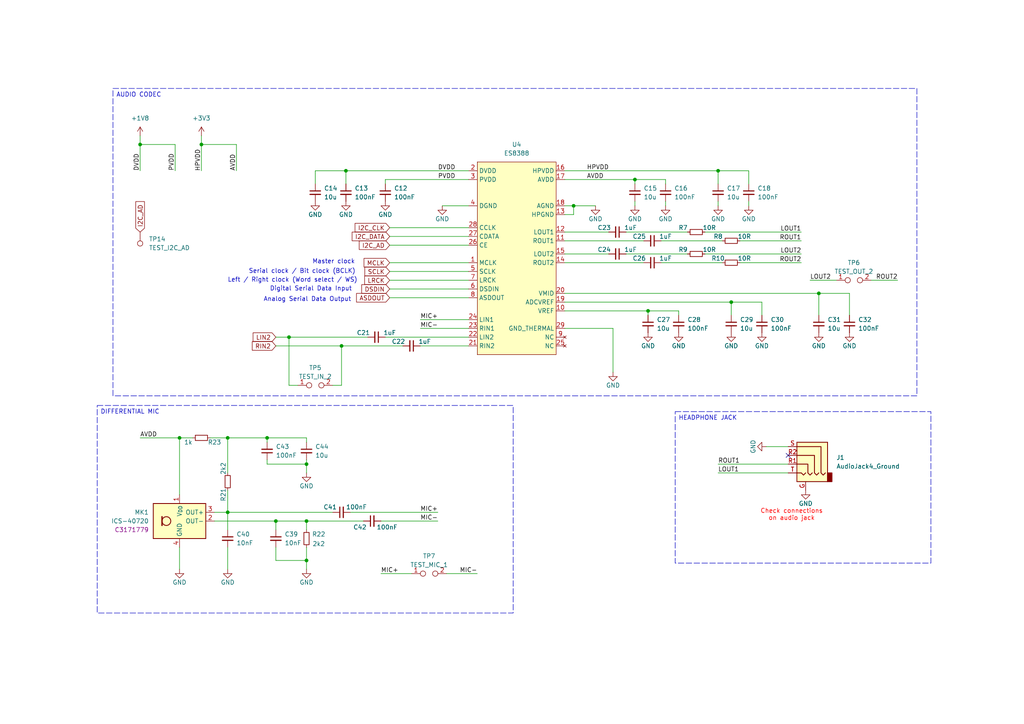
<source format=kicad_sch>
(kicad_sch (version 20250114) (generator "eeschema") (generator_version "9.0")
  (paper "A4")
  (lib_symbols
    (symbol "Connector:TestPoint" (pin_numbers (hide yes)) (pin_names (offset 0.762) (hide yes))
      (property "Reference" "TP" (at 0 6.858 0))
      (property "Value" "TestPoint" (at 0 5.08 0))
      (symbol "TestPoint_0_1"
        (circle (center 0 3.302) (radius 0.762))
      )
      (symbol "TestPoint_1_1"
        (pin passive line (at 0 0 90) (length 2.54) (name "1") (number "1"))
      )
    )
    (symbol "Connector:TestPoint_2Pole" (pin_names (offset 0.762) (hide yes))
      (property "Reference" "TP" (at 0 1.524 0))
      (property "Value" "TestPoint_2Pole" (at 0 -1.778 0))
      (symbol "TestPoint_2Pole_0_1"
        (circle (center -1.778 0) (radius 0.762))
        (circle (center 1.778 0) (radius 0.762))
        (pin passive line (at -5.08 0 0) (length 2.54) (name "1") (number "1"))
        (pin passive line (at 5.08 0 180) (length 2.54) (name "2") (number "2"))
      )
    )
    (symbol "Connector_Audio:AudioJack4_Ground"
      (property "Reference" "J" (at 0 8.89 0))
      (property "Value" "AudioJack4_Ground" (at 0 6.35 0))
      (symbol "AudioJack4_Ground_0_1"
        (rectangle (start -6.35 -7.62) (end -7.62 -5.08) (stroke (width 0.254)) (fill (type outline)))
        (polyline (pts (xy -5.715 -5.08) (xy -5.08 -5.715) (xy -4.445 -5.08) (xy -4.445 2.54) (xy 2.54 2.54)) (stroke (width 0.254)))
        (polyline (pts (xy -1.905 -5.08) (xy -1.27 -5.715) (xy -0.635 -5.08) (xy -0.635 -2.54) (xy 2.54 -2.54)) (stroke (width 0.254)))
        (polyline (pts (xy 0 -5.08) (xy 0.635 -5.715) (xy 1.27 -5.08) (xy 2.54 -5.08)) (stroke (width 0.254)))
        (rectangle (start 2.54 3.81) (end -6.35 -7.62) (stroke (width 0.254)) (fill (type background)))
        (polyline (pts (xy 2.54 0) (xy -2.54 0) (xy -2.54 -5.08) (xy -3.175 -5.715) (xy -3.81 -5.08)) (stroke (width 0.254)))
      )
      (symbol "AudioJack4_Ground_1_1"
        (pin passive line (at 0 -10.16 90) (length 2.54) (name "~") (number "G"))
        (pin passive line (at 5.08 2.54 180) (length 2.54) (name "~") (number "S"))
        (pin passive line (at 5.08 0 180) (length 2.54) (name "~") (number "R2"))
        (pin passive line (at 5.08 -2.54 180) (length 2.54) (name "~") (number "R1"))
        (pin passive line (at 5.08 -5.08 180) (length 2.54) (name "~") (number "T"))
      )
    )
    (symbol "Device:C_Small" (pin_numbers (hide yes)) (pin_names (offset 0.254) (hide yes))
      (property "Reference" "C" (at 0.254 1.778 0))
      (property "Value" "C_Small" (at 0.254 -2.032 0))
      (symbol "C_Small_0_1"
        (polyline (pts (xy -1.524 0.508) (xy 1.524 0.508)) (stroke (width 0.3048)))
        (polyline (pts (xy -1.524 -0.508) (xy 1.524 -0.508)) (stroke (width 0.3302)))
      )
      (symbol "C_Small_1_1"
        (pin passive line (at 0 2.54 270) (length 2.032) (name "~") (number "1"))
        (pin passive line (at 0 -2.54 90) (length 2.032) (name "~") (number "2"))
      )
    )
    (symbol "Device:R_Small" (pin_numbers (hide yes)) (pin_names (offset 0.254) (hide yes))
      (property "Reference" "R" (at 0.762 0.508 0))
      (property "Value" "R_Small" (at 0.762 -1.016 0))
      (symbol "R_Small_0_1"
        (rectangle (start -0.762 1.778) (end 0.762 -1.778) (stroke (width 0.2032)))
      )
      (symbol "R_Small_1_1"
        (pin passive line (at 0 2.54 270) (length 0.762) (name "~") (number "1"))
        (pin passive line (at 0 -2.54 90) (length 0.762) (name "~") (number "2"))
      )
    )
    (symbol "custom_symbols:ES8388"
      (property "Reference" "U?" (at 0 -1.27 0))
      (property "Value" "ES8388" (at 0 1.27 0))
      (symbol "ES8388_1_1"
        (rectangle (start -11.43 27.94) (end 11.43 -27.94) (fill (type background)))
        (pin power_in line (at -13.97 25.4 0) (length 2.54) (name "DVDD") (number "2"))
        (pin power_in line (at -13.97 22.86 0) (length 2.54) (name "PVDD") (number "3"))
        (pin power_in line (at -13.97 15.24 0) (length 2.54) (name "DGND") (number "4"))
        (pin input line (at -13.97 8.89 0) (length 2.54) (name "CCLK") (number "28"))
        (pin bidirectional line (at -13.97 6.35 0) (length 2.54) (name "CDATA") (number "27"))
        (pin input line (at -13.97 3.81 0) (length 2.54) (name "CE") (number "26"))
        (pin input line (at -13.97 -1.27 0) (length 2.54) (name "MCLK") (number "1"))
        (pin bidirectional line (at -13.97 -3.81 0) (length 2.54) (name "SCLK") (number "5"))
        (pin bidirectional line (at -13.97 -6.35 0) (length 2.54) (name "LRCK") (number "7"))
        (pin input line (at -13.97 -8.89 0) (length 2.54) (name "DSDIN") (number "6"))
        (pin output line (at -13.97 -11.43 0) (length 2.54) (name "ASDOUT") (number "8"))
        (pin input line (at -13.97 -17.78 0) (length 2.54) (name "LIN1") (number "24"))
        (pin input line (at -13.97 -20.32 0) (length 2.54) (name "RIN1") (number "23"))
        (pin input line (at -13.97 -22.86 0) (length 2.54) (name "LIN2") (number "22"))
        (pin input line (at -13.97 -25.4 0) (length 2.54) (name "RIN2") (number "21"))
        (pin power_in line (at 13.97 25.4 180) (length 2.54) (name "HPVDD") (number "16"))
        (pin power_in line (at 13.97 22.86 180) (length 2.54) (name "AVDD") (number "17"))
        (pin power_in line (at 13.97 15.24 180) (length 2.54) (name "AGND") (number "18"))
        (pin power_in line (at 13.97 12.7 180) (length 2.54) (name "HPGND") (number "13"))
        (pin output line (at 13.97 7.62 180) (length 2.54) (name "LOUT1") (number "12"))
        (pin output line (at 13.97 5.08 180) (length 2.54) (name "ROUT1") (number "11"))
        (pin output line (at 13.97 1.27 180) (length 2.54) (name "LOUT2") (number "15"))
        (pin output line (at 13.97 -1.27 180) (length 2.54) (name "ROUT2") (number "14"))
        (pin output line (at 13.97 -10.16 180) (length 2.54) (name "VMID") (number "20"))
        (pin output line (at 13.97 -12.7 180) (length 2.54) (name "ADCVREF") (number "19"))
        (pin output line (at 13.97 -15.24 180) (length 2.54) (name "VREF") (number "10"))
        (pin power_in line (at 13.97 -20.32 180) (length 2.54) (name "GND_THERMAL") (number "29"))
        (pin no_connect line (at 13.97 -22.86 180) (length 2.54) (name "NC") (number "9"))
        (pin no_connect line (at 13.97 -25.4 180) (length 2.54) (name "NC") (number "25"))
      )
    )
    (symbol "custom_symbols:ICS-40720"
      (property "Reference" "MK" (at 5.08 6.35 0))
      (property "Value" "ICS-40720" (at 11.43 -6.35 0))
      (property "Supplier Part Number" "C3171779" (at 10.922 -9.144 0))
      (symbol "ICS-40720_1_1"
        (rectangle (start -7.62 5.08) (end 7.62 -5.08) (stroke (width 0.254)) (fill (type background)))
        (polyline (pts (xy -5.08 1.27) (xy -5.08 -1.27)) (stroke (width 0.381)))
        (circle (center -3.81 0) (radius 1.27) (stroke (width 0.254)))
        (pin power_in line (at 0 7.62 270) (length 2.54) (name "V_{DD}") (number "1"))
        (pin power_in line (at 0 -7.62 90) (length 2.54) (name "GND") (number "4"))
        (pin output line (at 10.16 2.54 180) (length 2.54) (name "OUT+") (number "3"))
        (pin output line (at 10.16 0 180) (length 2.54) (name "OUT-") (number "2"))
      )
    )
    (symbol "power:+1V8" (power) (pin_numbers (hide yes)) (pin_names (offset 0) (hide yes))
      (property "Value" "+1V8" (at 0 3.556 0))
      (symbol "+1V8_0_1"
        (polyline (pts (xy -0.762 1.27) (xy 0 2.54)))
        (polyline (pts (xy 0 2.54) (xy 0.762 1.27)))
        (polyline (pts (xy 0 0) (xy 0 2.54)))
      )
      (symbol "+1V8_1_1"
        (pin power_in line (at 0 0 90) (length 0) (hide yes) (name "+1V8") (number "1"))
      )
    )
    (symbol "power:+3V3" (power) (pin_numbers (hide yes)) (pin_names (offset 0) (hide yes))
      (property "Value" "+3V3" (at 0 3.556 0))
      (symbol "+3V3_0_1"
        (polyline (pts (xy -0.762 1.27) (xy 0 2.54)))
        (polyline (pts (xy 0 2.54) (xy 0.762 1.27)))
        (polyline (pts (xy 0 0) (xy 0 2.54)))
      )
      (symbol "+3V3_1_1"
        (pin power_in line (at 0 0 90) (length 0) (hide yes) (name "+3V3") (number "1"))
      )
    )
    (symbol "power:GND" (power) (pin_numbers (hide yes)) (pin_names (offset 0) (hide yes))
      (property "Value" "GND" (at 0 -3.81 0))
      (symbol "GND_0_1"
        (polyline (pts (xy 0 0) (xy 0 -1.27) (xy 1.27 -1.27) (xy 0 -2.54) (xy -1.27 -1.27) (xy 0 -1.27)))
      )
      (symbol "GND_1_1"
        (pin power_in line (at 0 0 270) (length 0) (hide yes) (name "GND") (number "1"))
      )
    )
  )
  (text "Check connections\non audio jack\n" (at 229.616 149.352 0) (effects (font (size 1.27 1.27))))
  (text "Digital Serial Data Input\n" (at 90.17 83.82 0) (effects (font (size 1.27 1.27))))
  (text "Left / Right clock (Word select / WS) \n" (at 85.344 81.28 0) (effects (font (size 1.27 1.27))))
  (text "Analog Serial Data Output\n" (at 89.154 86.868 0) (effects (font (size 1.27 1.27))))
  (text "Master clock" (at 96.774 75.946 0) (effects (font (size 1.27 1.27))))
  (text "Serial clock / Bit clock (BCLK)" (at 87.63 78.74 0) (effects (font (size 1.27 1.27))))
  (text_box "DIFFERENTIAL MIC\n" (at 28.194 117.602 0) (size 120.65 60.198) (margins 0.9525 0.9525 0.9525 0.9525) (stroke (width 0) (type dash)) (effects (font (size 1.27 1.27)) (justify left top)))
  (text_box "HEADPHONE JACK\n" (at 195.834 119.38 0) (size 74.168 43.942) (margins 0.9525 0.9525 0.9525 0.9525) (stroke (width 0) (type dash)) (effects (font (size 1.27 1.27)) (justify left top)))
  (text_box "AUDIO CODEC\n" (at 32.766 25.654 0) (size 233.172 89.154) (margins 0.9525 0.9525 0.9525 0.9525) (stroke (width 0) (type dash)) (effects (font (size 1.27 1.27)) (justify left top)))
  (junction (at 40.64 41.91))
  (junction (at 100.33 49.53))
  (junction (at 237.49 85.09))
  (junction (at 99.06 100.33))
  (junction (at 166.37 59.69))
  (junction (at 52.07 127))
  (junction (at 187.96 90.17))
  (junction (at 77.47 127))
  (junction (at 66.04 127))
  (junction (at 88.9 151.13))
  (junction (at 88.9 162.56))
  (junction (at 66.04 148.59))
  (junction (at 58.42 41.91))
  (junction (at 208.28 49.53))
  (junction (at 80.01 151.13))
  (junction (at 88.9 134.62))
  (junction (at 212.09 87.63))
  (junction (at 83.82 97.79))
  (junction (at 184.15 52.07))
  (no_connect (at 228.6 132.08))
  (wire (pts (xy 121.92 100.33) (xy 135.89 100.33)))
  (wire (pts (xy 220.98 91.44) (xy 220.98 87.63)))
  (wire (pts (xy 252.73 81.28) (xy 260.35 81.28)))
  (wire (pts (xy 99.06 100.33) (xy 116.84 100.33)))
  (wire (pts (xy 88.9 151.13) (xy 88.9 153.67)))
  (wire (pts (xy 111.76 52.07) (xy 111.76 53.34)))
  (wire (pts (xy 163.83 69.85) (xy 186.69 69.85)))
  (wire (pts (xy 66.04 148.59) (xy 66.04 153.67)))
  (wire (pts (xy 113.03 76.2) (xy 135.89 76.2)))
  (wire (pts (xy 204.47 67.31) (xy 232.41 67.31)))
  (wire (pts (xy 80.01 97.79) (xy 83.82 97.79)))
  (wire (pts (xy 184.15 52.07) (xy 163.83 52.07)))
  (wire (pts (xy 100.33 49.53) (xy 100.33 53.34)))
  (wire (pts (xy 110.49 151.13) (xy 127 151.13)))
  (wire (pts (xy 62.23 151.13) (xy 80.01 151.13)))
  (wire (pts (xy 88.9 134.62) (xy 77.47 134.62)))
  (wire (pts (xy 80.01 158.75) (xy 80.01 162.56)))
  (wire (pts (xy 58.42 41.91) (xy 58.42 49.53)))
  (wire (pts (xy 187.96 90.17) (xy 163.83 90.17)))
  (wire (pts (xy 177.8 107.95) (xy 177.8 95.25)))
  (wire (pts (xy 208.28 49.53) (xy 217.17 49.53)))
  (wire (pts (xy 163.83 62.23) (xy 166.37 62.23)))
  (wire (pts (xy 166.37 59.69) (xy 172.72 59.69)))
  (wire (pts (xy 66.04 165.1) (xy 66.04 158.75)))
  (wire (pts (xy 204.47 73.66) (xy 232.41 73.66)))
  (wire (pts (xy 66.04 148.59) (xy 62.23 148.59)))
  (wire (pts (xy 68.58 49.53) (xy 68.58 41.91)))
  (wire (pts (xy 91.44 49.53) (xy 100.33 49.53)))
  (wire (pts (xy 60.96 127) (xy 66.04 127)))
  (wire (pts (xy 217.17 49.53) (xy 217.17 53.34)))
  (wire (pts (xy 187.96 91.44) (xy 187.96 90.17)))
  (wire (pts (xy 163.83 73.66) (xy 176.53 73.66)))
  (wire (pts (xy 217.17 59.69) (xy 217.17 58.42)))
  (wire (pts (xy 163.83 76.2) (xy 186.69 76.2)))
  (wire (pts (xy 237.49 85.09) (xy 163.83 85.09)))
  (wire (pts (xy 77.47 133.35) (xy 77.47 134.62)))
  (wire (pts (xy 163.83 67.31) (xy 176.53 67.31)))
  (wire (pts (xy 113.03 86.36) (xy 135.89 86.36)))
  (wire (pts (xy 163.83 49.53) (xy 208.28 49.53)))
  (wire (pts (xy 99.06 111.76) (xy 96.52 111.76)))
  (wire (pts (xy 113.03 83.82) (xy 135.89 83.82)))
  (wire (pts (xy 80.01 100.33) (xy 99.06 100.33)))
  (wire (pts (xy 66.04 142.24) (xy 66.04 148.59)))
  (wire (pts (xy 66.04 127) (xy 77.47 127)))
  (wire (pts (xy 208.28 137.16) (xy 228.6 137.16)))
  (wire (pts (xy 101.6 148.59) (xy 127 148.59)))
  (wire (pts (xy 66.04 127) (xy 66.04 137.16)))
  (wire (pts (xy 208.28 49.53) (xy 208.28 53.34)))
  (wire (pts (xy 191.77 69.85) (xy 209.55 69.85)))
  (wire (pts (xy 113.03 68.58) (xy 135.89 68.58)))
  (wire (pts (xy 208.28 134.62) (xy 228.6 134.62)))
  (wire (pts (xy 88.9 151.13) (xy 105.41 151.13)))
  (wire (pts (xy 80.01 151.13) (xy 88.9 151.13)))
  (wire (pts (xy 191.77 76.2) (xy 209.55 76.2)))
  (wire (pts (xy 58.42 41.91) (xy 58.42 39.37)))
  (wire (pts (xy 83.82 97.79) (xy 106.68 97.79)))
  (wire (pts (xy 212.09 91.44) (xy 212.09 87.63)))
  (wire (pts (xy 163.83 87.63) (xy 212.09 87.63)))
  (wire (pts (xy 208.28 59.69) (xy 208.28 58.42)))
  (wire (pts (xy 40.64 41.91) (xy 40.64 39.37)))
  (wire (pts (xy 58.42 41.91) (xy 68.58 41.91)))
  (wire (pts (xy 88.9 133.35) (xy 88.9 134.62)))
  (wire (pts (xy 52.07 143.51) (xy 52.07 127)))
  (wire (pts (xy 83.82 97.79) (xy 83.82 111.76)))
  (wire (pts (xy 113.03 78.74) (xy 135.89 78.74)))
  (wire (pts (xy 181.61 67.31) (xy 199.39 67.31)))
  (wire (pts (xy 128.27 59.69) (xy 135.89 59.69)))
  (wire (pts (xy 184.15 59.69) (xy 184.15 58.42)))
  (wire (pts (xy 113.03 81.28) (xy 135.89 81.28)))
  (wire (pts (xy 184.15 52.07) (xy 193.04 52.07)))
  (wire (pts (xy 100.33 49.53) (xy 135.89 49.53)))
  (wire (pts (xy 88.9 128.27) (xy 88.9 127)))
  (wire (pts (xy 222.25 129.54) (xy 228.6 129.54)))
  (wire (pts (xy 80.01 153.67) (xy 80.01 151.13)))
  (wire (pts (xy 113.03 71.12) (xy 135.89 71.12)))
  (wire (pts (xy 177.8 95.25) (xy 163.83 95.25)))
  (wire (pts (xy 88.9 162.56) (xy 88.9 165.1)))
  (wire (pts (xy 196.85 91.44) (xy 196.85 90.17)))
  (wire (pts (xy 52.07 127) (xy 55.88 127)))
  (wire (pts (xy 77.47 127) (xy 88.9 127)))
  (wire (pts (xy 40.64 127) (xy 52.07 127)))
  (wire (pts (xy 99.06 100.33) (xy 99.06 111.76)))
  (wire (pts (xy 163.83 59.69) (xy 166.37 59.69)))
  (wire (pts (xy 246.38 85.09) (xy 237.49 85.09)))
  (wire (pts (xy 113.03 66.04) (xy 135.89 66.04)))
  (wire (pts (xy 91.44 49.53) (xy 91.44 53.34)))
  (wire (pts (xy 40.64 49.53) (xy 40.64 41.91)))
  (wire (pts (xy 214.63 76.2) (xy 232.41 76.2)))
  (wire (pts (xy 193.04 52.07) (xy 193.04 53.34)))
  (wire (pts (xy 246.38 91.44) (xy 246.38 85.09)))
  (wire (pts (xy 110.49 166.37) (xy 119.38 166.37)))
  (wire (pts (xy 187.96 90.17) (xy 196.85 90.17)))
  (wire (pts (xy 234.95 81.28) (xy 242.57 81.28)))
  (wire (pts (xy 50.8 49.53) (xy 50.8 41.91)))
  (wire (pts (xy 77.47 127) (xy 77.47 128.27)))
  (wire (pts (xy 135.89 52.07) (xy 111.76 52.07)))
  (wire (pts (xy 129.54 166.37) (xy 138.43 166.37)))
  (wire (pts (xy 86.36 111.76) (xy 83.82 111.76)))
  (wire (pts (xy 184.15 52.07) (xy 184.15 53.34)))
  (wire (pts (xy 166.37 59.69) (xy 166.37 62.23)))
  (wire (pts (xy 220.98 87.63) (xy 212.09 87.63)))
  (wire (pts (xy 121.92 92.71) (xy 135.89 92.71)))
  (wire (pts (xy 40.64 41.91) (xy 50.8 41.91)))
  (wire (pts (xy 181.61 73.66) (xy 199.39 73.66)))
  (wire (pts (xy 80.01 162.56) (xy 88.9 162.56)))
  (wire (pts (xy 52.07 165.1) (xy 52.07 158.75)))
  (wire (pts (xy 121.92 95.25) (xy 135.89 95.25)))
  (wire (pts (xy 96.52 148.59) (xy 66.04 148.59)))
  (wire (pts (xy 214.63 69.85) (xy 232.41 69.85)))
  (wire (pts (xy 237.49 91.44) (xy 237.49 85.09)))
  (wire (pts (xy 88.9 137.16) (xy 88.9 134.62)))
  (wire (pts (xy 111.76 97.79) (xy 135.89 97.79)))
  (wire (pts (xy 88.9 158.75) (xy 88.9 162.56)))
  (wire (pts (xy 193.04 59.69) (xy 193.04 58.42)))
  (label "AVDD" (at 40.64 127 0))
  (label "DVDD" (at 40.64 44.45 270))
  (label "ROUT2" (at 260.35 81.28 180))
  (label "MIC-" (at 121.92 95.25 0))
  (label "ROUT1" (at 232.41 69.85 180))
  (label "PVDD" (at 50.8 49.53 90))
  (label "MIC+" (at 127 148.59 180))
  (label "MIC-" (at 127 151.13 180))
  (label "MIC+" (at 110.49 166.37 0))
  (label "MIC-" (at 138.43 166.37 180))
  (label "AVDD" (at 170.18 52.07 0))
  (label "PVDD" (at 127 52.07 0))
  (label "ROUT1" (at 208.28 134.62 0))
  (label "DVDD" (at 127 49.53 0))
  (label "ROUT2" (at 232.41 76.2 180))
  (label "LOUT2" (at 234.95 81.28 0))
  (label "AVDD" (at 68.58 49.53 90))
  (label "LOUT1" (at 208.28 137.16 0))
  (label "HPVDD" (at 58.42 43.18 270))
  (label "LOUT1" (at 232.41 67.31 180))
  (label "LOUT2" (at 232.41 73.66 180))
  (label "MIC+" (at 121.92 92.71 0))
  (label "HPVDD" (at 170.18 49.53 0))
  (global_label "I2C_AD" (shape input) (at 113.03 71.12 180) (property "Intersheetrefs" "${INTERSHEET_REFS}" (effects (hide yes))))
  (global_label "LRCK" (shape input) (at 113.03 81.28 180) (property "Intersheetrefs" "${INTERSHEET_REFS}" (effects (hide yes))))
  (global_label "I2C_DATA" (shape input) (at 113.03 68.58 180) (property "Intersheetrefs" "${INTERSHEET_REFS}" (effects (hide yes))))
  (global_label "DSDIN" (shape input) (at 113.03 83.82 180) (property "Intersheetrefs" "${INTERSHEET_REFS}" (effects (hide yes))))
  (global_label "I2C_CLK" (shape input) (at 113.03 66.04 180) (property "Intersheetrefs" "${INTERSHEET_REFS}" (effects (hide yes))))
  (global_label "SCLK" (shape input) (at 113.03 78.74 180) (property "Intersheetrefs" "${INTERSHEET_REFS}" (effects (hide yes))))
  (global_label "I2C_AD" (shape input) (at 40.64 67.31 90) (property "Intersheetrefs" "${INTERSHEET_REFS}" (effects (hide yes))))
  (global_label "MCLK" (shape input) (at 113.03 76.2 180) (property "Intersheetrefs" "${INTERSHEET_REFS}" (effects (hide yes))))
  (global_label "RIN2" (shape input) (at 80.01 100.33 180) (property "Intersheetrefs" "${INTERSHEET_REFS}" (effects (hide yes))))
  (global_label "LIN2" (shape input) (at 80.01 97.79 180) (property "Intersheetrefs" "${INTERSHEET_REFS}" (effects (hide yes))))
  (global_label "ASDOUT" (shape input) (at 113.03 86.36 180) (property "Intersheetrefs" "${INTERSHEET_REFS}" (effects (hide yes))))
  (symbol (lib_id "Device:R_Small") (at 212.09 69.85 90) (unit 1)
    (property "Reference" "R8" (at 208.28 68.58 90))
    (property "Value" "10R" (at 215.9 68.58 90))
    (property "Footprint" "Resistor_SMD:R_0402_1005Metric" (effects (hide yes)))
  )
  (symbol (lib_id "Connector:TestPoint") (at 40.64 67.31 180) (unit 1)
    (property "Reference" "TP14" (at 43.18 69.3419 0) (effects (justify right)))
    (property "Value" "TEST_I2C_AD" (at 43.18 71.8819 0) (effects (justify right)))
    (property "Footprint" "TestPoint:TestPoint_Pad_D1.0mm" (effects (hide yes)))
  )
  (symbol (lib_id "power:GND") (at 212.09 96.52 0) (unit 1)
    (property "Reference" "#PWR021" (effects (hide yes)))
    (property "Value" "GND" (at 212.09 100.33 0))
  )
  (symbol (lib_id "power:GND") (at 233.68 142.24 0) (unit 1)
    (property "Reference" "#PWR053" (effects (hide yes)))
    (property "Value" "GND" (at 233.68 146.05 0))
  )
  (symbol (lib_id "Device:C_Small") (at 237.49 93.98 0) (unit 1)
    (property "Reference" "C31" (at 240.03 92.7163 0) (effects (justify left)))
    (property "Value" "10u" (at 240.03 95.2563 0) (effects (justify left)))
    (property "Footprint" "Capacitor_SMD:C_0603_1608Metric" (effects (hide yes)))
  )
  (symbol (lib_id "Device:C_Small") (at 208.28 55.88 0) (unit 1)
    (property "Reference" "C17" (at 210.82 54.6163 0) (effects (justify left)))
    (property "Value" "10u" (at 210.82 57.1563 0) (effects (justify left)))
    (property "Footprint" "Capacitor_SMD:C_0603_1608Metric" (effects (hide yes)))
  )
  (symbol (lib_id "Device:C_Small") (at 66.04 156.21 0) (unit 1)
    (property "Reference" "C40" (at 68.58 154.9463 0) (effects (justify left)))
    (property "Value" "10nF" (at 68.58 157.4863 0) (effects (justify left)))
    (property "Footprint" "Capacitor_SMD:C_0402_1005Metric" (effects (hide yes)))
  )
  (symbol (lib_id "Device:R_Small") (at 66.04 139.7 180) (unit 1)
    (property "Reference" "R21" (at 64.77 143.51 90))
    (property "Value" "2k2" (at 64.77 135.89 90))
    (property "Footprint" "Resistor_SMD:R_0402_1005Metric" (effects (hide yes)))
  )
  (symbol (lib_id "Device:R_Small") (at 201.93 73.66 90) (unit 1)
    (property "Reference" "R9" (at 198.12 72.39 90))
    (property "Value" "10R" (at 205.74 72.39 90))
    (property "Footprint" "Resistor_SMD:R_0402_1005Metric" (effects (hide yes)))
  )
  (symbol (lib_id "Connector_Audio:AudioJack4_Ground") (at 233.68 132.08 0) (mirror y) (unit 1)
    (property "Reference" "J1" (at 242.57 132.7149 0) (effects (justify right)))
    (property "Value" "AudioJack4_Ground" (at 242.57 135.2549 0) (effects (justify right)))
    (property "Footprint" "Connector_Audio:Jack_3.5mm_KoreanHropartsElec_PJ-320D-4A_Horizontal" (effects (hide yes)))
    (property "Description" "Audio Jack, 4 Poles (TRRS), Grounded Sleeve" (effects (hide yes)))
    (property "Supplier Part Number" "C95562" (effects (hide yes)))
  )
  (symbol (lib_id "power:GND") (at 193.04 59.69 0) (unit 1)
    (property "Reference" "#PWR09" (effects (hide yes)))
    (property "Value" "GND" (at 193.04 63.5 0))
  )
  (symbol (lib_id "power:GND") (at 208.28 59.69 0) (unit 1)
    (property "Reference" "#PWR010" (effects (hide yes)))
    (property "Value" "GND" (at 208.28 63.5 0))
  )
  (symbol (lib_id "Device:C_Small") (at 91.44 55.88 0) (unit 1)
    (property "Reference" "C14" (at 93.98 54.6163 0) (effects (justify left)))
    (property "Value" "10u" (at 93.98 57.1563 0) (effects (justify left)))
    (property "Footprint" "Capacitor_SMD:C_0603_1608Metric" (effects (hide yes)))
  )
  (symbol (lib_id "Device:C_Small") (at 99.06 148.59 90) (unit 1)
    (property "Reference" "C41" (at 95.758 147.066 90))
    (property "Value" "100nF" (at 103.378 147.066 90))
    (property "Footprint" "Capacitor_SMD:C_0402_1005Metric" (effects (hide yes)))
  )
  (symbol (lib_id "power:GND") (at 222.25 129.54 270) (unit 1)
    (property "Reference" "#PWR052" (effects (hide yes)))
    (property "Value" "GND" (at 218.44 129.54 0))
  )
  (symbol (lib_id "Device:C_Small") (at 217.17 55.88 0) (unit 1)
    (property "Reference" "C18" (at 219.71 54.6163 0) (effects (justify left)))
    (property "Value" "100nF" (at 219.71 57.1563 0) (effects (justify left)))
    (property "Footprint" "Capacitor_SMD:C_0402_1005Metric" (effects (hide yes)))
  )
  (symbol (lib_id "Connector:TestPoint_2Pole") (at 124.46 166.37 0) (unit 1)
    (property "Reference" "TP7" (at 124.46 161.29 0))
    (property "Value" "TEST_MIC_1" (at 124.46 163.83 0))
    (property "Footprint" "custom_footprints:TestPoint_Pad_2x1_D1.0mm" (effects (hide yes)))
  )
  (symbol (lib_id "power:GND") (at 111.76 58.42 0) (unit 1)
    (property "Reference" "#PWR012" (effects (hide yes)))
    (property "Value" "GND" (at 111.76 62.23 0))
  )
  (symbol (lib_id "Device:R_Small") (at 212.09 76.2 90) (unit 1)
    (property "Reference" "R10" (at 208.28 74.93 90))
    (property "Value" "10R" (at 215.9 74.93 90))
    (property "Footprint" "Resistor_SMD:R_0402_1005Metric" (effects (hide yes)))
  )
  (symbol (lib_id "power:GND") (at 196.85 96.52 0) (unit 1)
    (property "Reference" "#PWR018" (effects (hide yes)))
    (property "Value" "GND" (at 196.85 100.33 0))
  )
  (symbol (lib_id "Device:R_Small") (at 88.9 156.21 180) (unit 1)
    (property "Reference" "R22" (at 92.456 154.94 0))
    (property "Value" "2k2" (at 92.456 157.734 0))
    (property "Footprint" "Resistor_SMD:R_0402_1005Metric" (effects (hide yes)))
  )
  (symbol (lib_id "power:GND") (at 52.07 165.1 0) (unit 1)
    (property "Reference" "#PWR064" (effects (hide yes)))
    (property "Value" "GND" (at 52.07 168.91 0))
  )
  (symbol (lib_id "Device:R_Small") (at 58.42 127 270) (unit 1)
    (property "Reference" "R23" (at 62.23 128.27 90))
    (property "Value" "1k" (at 54.61 128.27 90))
    (property "Footprint" "Resistor_SMD:R_0402_1005Metric" (effects (hide yes)))
  )
  (symbol (lib_id "power:GND") (at 177.8 107.95 0) (unit 1)
    (property "Reference" "#PWR025" (effects (hide yes)))
    (property "Value" "GND" (at 177.8 111.76 0))
  )
  (symbol (lib_id "Device:C_Small") (at 100.33 55.88 0) (unit 1)
    (property "Reference" "C13" (at 102.87 54.6163 0) (effects (justify left)))
    (property "Value" "100nF" (at 102.87 57.1563 0) (effects (justify left)))
    (property "Footprint" "Capacitor_SMD:C_0402_1005Metric" (effects (hide yes)))
  )
  (symbol (lib_id "Device:C_Small") (at 187.96 93.98 0) (unit 1)
    (property "Reference" "C27" (at 190.5 92.7163 0) (effects (justify left)))
    (property "Value" "10u" (at 190.5 95.2563 0) (effects (justify left)))
    (property "Footprint" "Capacitor_SMD:C_0402_1005Metric" (effects (hide yes)))
  )
  (symbol (lib_id "custom_symbols:ES8388") (at 149.86 74.93 0) (unit 1)
    (property "Reference" "U4" (at 149.86 41.91 0))
    (property "Value" "ES8388" (at 149.86 44.45 0))
    (property "Footprint" "Package_DFN_QFN:QFN-28-1EP_4x4mm_P0.4mm_EP2.3x2.3mm" (effects (hide yes)))
    (property "Datasheet" "https://www.lcsc.com/datasheet/lcsc_datasheet_1912111437_Everest-semi-Everest-Semiconductor-ES8388_C365736.pdf" (effects (hide yes)))
    (property "Supplier Part Number" "C365736" (effects (hide yes)))
  )
  (symbol (lib_id "power:GND") (at 246.38 96.52 0) (unit 1)
    (property "Reference" "#PWR024" (effects (hide yes)))
    (property "Value" "GND" (at 246.38 100.33 0))
  )
  (symbol (lib_id "Device:C_Small") (at 179.07 67.31 270) (unit 1)
    (property "Reference" "C23" (at 175.26 66.04 90))
    (property "Value" "1uF" (at 182.88 66.04 90))
    (property "Footprint" "Capacitor_SMD:C_0402_1005Metric" (effects (hide yes)))
  )
  (symbol (lib_id "Device:C_Small") (at 107.95 151.13 90) (unit 1)
    (property "Reference" "C42" (at 104.394 152.908 90))
    (property "Value" "100nF" (at 112.268 152.908 90))
    (property "Footprint" "Capacitor_SMD:C_0402_1005Metric" (effects (hide yes)))
  )
  (symbol (lib_id "power:GND") (at 187.96 96.52 0) (unit 1)
    (property "Reference" "#PWR017" (effects (hide yes)))
    (property "Value" "GND" (at 187.96 100.33 0))
  )
  (symbol (lib_id "Connector:TestPoint_2Pole") (at 247.65 81.28 0) (unit 1)
    (property "Reference" "TP6" (at 247.65 76.2 0))
    (property "Value" "TEST_OUT_2" (at 247.65 78.74 0))
    (property "Footprint" "custom_footprints:TestPoint_Pad_2x1_D1.0mm" (effects (hide yes)))
  )
  (symbol (lib_id "Device:C_Small") (at 246.38 93.98 0) (unit 1)
    (property "Reference" "C32" (at 248.92 92.7163 0) (effects (justify left)))
    (property "Value" "100nF" (at 248.92 95.2563 0) (effects (justify left)))
    (property "Footprint" "Capacitor_SMD:C_0402_1005Metric" (effects (hide yes)))
  )
  (symbol (lib_id "Device:C_Small") (at 189.23 76.2 270) (unit 1)
    (property "Reference" "C26" (at 185.42 74.93 90))
    (property "Value" "1uF" (at 193.04 74.93 90))
    (property "Footprint" "Capacitor_SMD:C_0402_1005Metric" (effects (hide yes)))
  )
  (symbol (lib_id "Device:C_Small") (at 189.23 69.85 270) (unit 1)
    (property "Reference" "C25" (at 185.42 68.58 90))
    (property "Value" "1uF" (at 193.04 68.58 90))
    (property "Footprint" "Capacitor_SMD:C_0402_1005Metric" (effects (hide yes)))
  )
  (symbol (lib_id "Device:C_Small") (at 77.47 130.81 180) (unit 1)
    (property "Reference" "C43" (at 80.01 129.5335 0) (effects (justify right)))
    (property "Value" "100nF" (at 80.01 132.0735 0) (effects (justify right)))
    (property "Footprint" "Capacitor_SMD:C_0402_1005Metric" (effects (hide yes)))
  )
  (symbol (lib_id "power:GND") (at 88.9 165.1 0) (unit 1)
    (property "Reference" "#PWR062" (effects (hide yes)))
    (property "Value" "GND" (at 88.9 168.91 0))
  )
  (symbol (lib_id "custom_symbols:ICS-40720") (at 52.07 151.13 0) (unit 1)
    (property "Reference" "MK1" (at 43.18 148.5899 0) (effects (justify right)))
    (property "Value" "ICS-40720" (at 43.18 151.1299 0) (effects (justify right)))
    (property "Footprint" "custom_footprints:ICS40720" (effects (hide yes)))
    (property "Datasheet" "https://wmsc.lcsc.com/wmsc/upload/file/pdf/v2/lcsc/2401291126_TDK-InvenSense-ICS-40720_C3171779.pdf" (effects (hide yes)))
    (property "Description" "Analog Differential Omni-directional -38dB 70dB MEMS Microphones" (effects (hide yes)))
    (property "Supplier Part Number" "C3171779" (at 43.18 153.6699 0) (effects (justify right)))
  )
  (symbol (lib_id "Device:C_Small") (at 193.04 55.88 0) (unit 1)
    (property "Reference" "C16" (at 195.58 54.6163 0) (effects (justify left)))
    (property "Value" "100nF" (at 195.58 57.1563 0) (effects (justify left)))
    (property "Footprint" "Capacitor_SMD:C_0402_1005Metric" (effects (hide yes)))
  )
  (symbol (lib_id "power:GND") (at 91.44 58.42 0) (unit 1)
    (property "Reference" "#PWR014" (effects (hide yes)))
    (property "Value" "GND" (at 91.44 62.23 0))
  )
  (symbol (lib_id "power:GND") (at 66.04 165.1 0) (unit 1)
    (property "Reference" "#PWR063" (effects (hide yes)))
    (property "Value" "GND" (at 66.04 168.91 0))
  )
  (symbol (lib_id "Device:C_Small") (at 111.76 55.88 0) (unit 1)
    (property "Reference" "C12" (at 114.3 54.6163 0) (effects (justify left)))
    (property "Value" "100nF" (at 114.3 57.1563 0) (effects (justify left)))
    (property "Footprint" "Capacitor_SMD:C_0402_1005Metric" (effects (hide yes)))
  )
  (symbol (lib_id "power:GND") (at 237.49 96.52 0) (unit 1)
    (property "Reference" "#PWR023" (effects (hide yes)))
    (property "Value" "GND" (at 237.49 100.33 0))
  )
  (symbol (lib_id "power:+1V8") (at 40.64 39.37 0) (unit 1)
    (property "Reference" "#PWR06" (effects (hide yes)))
    (property "Value" "+1V8" (at 40.64 34.29 0))
  )
  (symbol (lib_id "Connector:TestPoint_2Pole") (at 91.44 111.76 0) (unit 1)
    (property "Reference" "TP5" (at 91.44 106.68 0))
    (property "Value" "TEST_IN_2" (at 91.44 109.22 0))
    (property "Footprint" "custom_footprints:TestPoint_Pad_2x1_D1.0mm" (effects (hide yes)))
  )
  (symbol (lib_id "Device:C_Small") (at 179.07 73.66 270) (unit 1)
    (property "Reference" "C24" (at 175.26 72.39 90))
    (property "Value" "1uF" (at 182.88 72.39 90))
    (property "Footprint" "Capacitor_SMD:C_0402_1005Metric" (effects (hide yes)))
  )
  (symbol (lib_id "power:GND") (at 217.17 59.69 0) (unit 1)
    (property "Reference" "#PWR011" (effects (hide yes)))
    (property "Value" "GND" (at 217.17 63.5 0))
  )
  (symbol (lib_id "power:GND") (at 184.15 59.69 0) (unit 1)
    (property "Reference" "#PWR08" (effects (hide yes)))
    (property "Value" "GND" (at 184.15 63.5 0))
  )
  (symbol (lib_id "power:GND") (at 100.33 58.42 0) (unit 1)
    (property "Reference" "#PWR013" (effects (hide yes)))
    (property "Value" "GND" (at 100.33 62.23 0))
  )
  (symbol (lib_id "Device:C_Small") (at 80.01 156.21 0) (unit 1)
    (property "Reference" "C39" (at 82.55 154.9463 0) (effects (justify left)))
    (property "Value" "10nF" (at 82.55 157.4863 0) (effects (justify left)))
    (property "Footprint" "Capacitor_SMD:C_0402_1005Metric" (effects (hide yes)))
  )
  (symbol (lib_id "Device:C_Small") (at 196.85 93.98 0) (unit 1)
    (property "Reference" "C28" (at 199.39 92.7163 0) (effects (justify left)))
    (property "Value" "100nF" (at 199.39 95.2563 0) (effects (justify left)))
    (property "Footprint" "Capacitor_SMD:C_0402_1005Metric" (effects (hide yes)))
  )
  (symbol (lib_id "Device:R_Small") (at 201.93 67.31 90) (unit 1)
    (property "Reference" "R7" (at 198.12 66.04 90))
    (property "Value" "10R" (at 205.74 66.04 90))
    (property "Footprint" "Resistor_SMD:R_0402_1005Metric" (effects (hide yes)))
  )
  (symbol (lib_id "power:GND") (at 220.98 96.52 0) (unit 1)
    (property "Reference" "#PWR022" (effects (hide yes)))
    (property "Value" "GND" (at 220.98 100.33 0))
  )
  (symbol (lib_id "power:GND") (at 128.27 59.69 0) (unit 1)
    (property "Reference" "#PWR015" (effects (hide yes)))
    (property "Value" "GND" (at 128.27 63.5 0))
  )
  (symbol (lib_id "Device:C_Small") (at 220.98 93.98 0) (unit 1)
    (property "Reference" "C30" (at 223.52 92.7163 0) (effects (justify left)))
    (property "Value" "100nF" (at 223.52 95.2563 0) (effects (justify left)))
    (property "Footprint" "Capacitor_SMD:C_0402_1005Metric" (effects (hide yes)))
  )
  (symbol (lib_id "power:GND") (at 88.9 137.16 0) (unit 1)
    (property "Reference" "#PWR061" (effects (hide yes)))
    (property "Value" "GND" (at 88.9 140.97 0))
  )
  (symbol (lib_id "Device:C_Small") (at 109.22 97.79 270) (unit 1)
    (property "Reference" "C21" (at 105.41 96.52 90))
    (property "Value" "1uF" (at 113.03 96.52 90))
    (property "Footprint" "Capacitor_SMD:C_0402_1005Metric" (effects (hide yes)))
  )
  (symbol (lib_id "power:GND") (at 172.72 59.69 0) (unit 1)
    (property "Reference" "#PWR016" (effects (hide yes)))
    (property "Value" "GND" (at 172.72 63.5 0))
  )
  (symbol (lib_id "Device:C_Small") (at 88.9 130.81 0) (unit 1)
    (property "Reference" "C44" (at 91.44 129.5463 0) (effects (justify left)))
    (property "Value" "10u" (at 91.44 132.0863 0) (effects (justify left)))
    (property "Footprint" "Capacitor_SMD:C_0603_1608Metric" (effects (hide yes)))
  )
  (symbol (lib_id "Device:C_Small") (at 212.09 93.98 0) (unit 1)
    (property "Reference" "C29" (at 214.63 92.7163 0) (effects (justify left)))
    (property "Value" "10u" (at 214.63 95.2563 0) (effects (justify left)))
    (property "Footprint" "Capacitor_SMD:C_0603_1608Metric" (effects (hide yes)))
  )
  (symbol (lib_id "Device:C_Small") (at 184.15 55.88 0) (unit 1)
    (property "Reference" "C15" (at 186.69 54.6163 0) (effects (justify left)))
    (property "Value" "10u" (at 186.69 57.1563 0) (effects (justify left)))
    (property "Footprint" "Capacitor_SMD:C_0603_1608Metric" (effects (hide yes)))
  )
  (symbol (lib_id "power:+3V3") (at 58.42 39.37 0) (unit 1)
    (property "Reference" "#PWR07" (effects (hide yes)))
    (property "Value" "+3V3" (at 58.42 34.29 0))
  )
  (symbol (lib_id "Device:C_Small") (at 119.38 100.33 270) (unit 1)
    (property "Reference" "C22" (at 115.57 99.06 90))
    (property "Value" "1uF" (at 123.19 99.06 90))
    (property "Footprint" "Capacitor_SMD:C_0402_1005Metric" (effects (hide yes)))
  )
)
</source>
